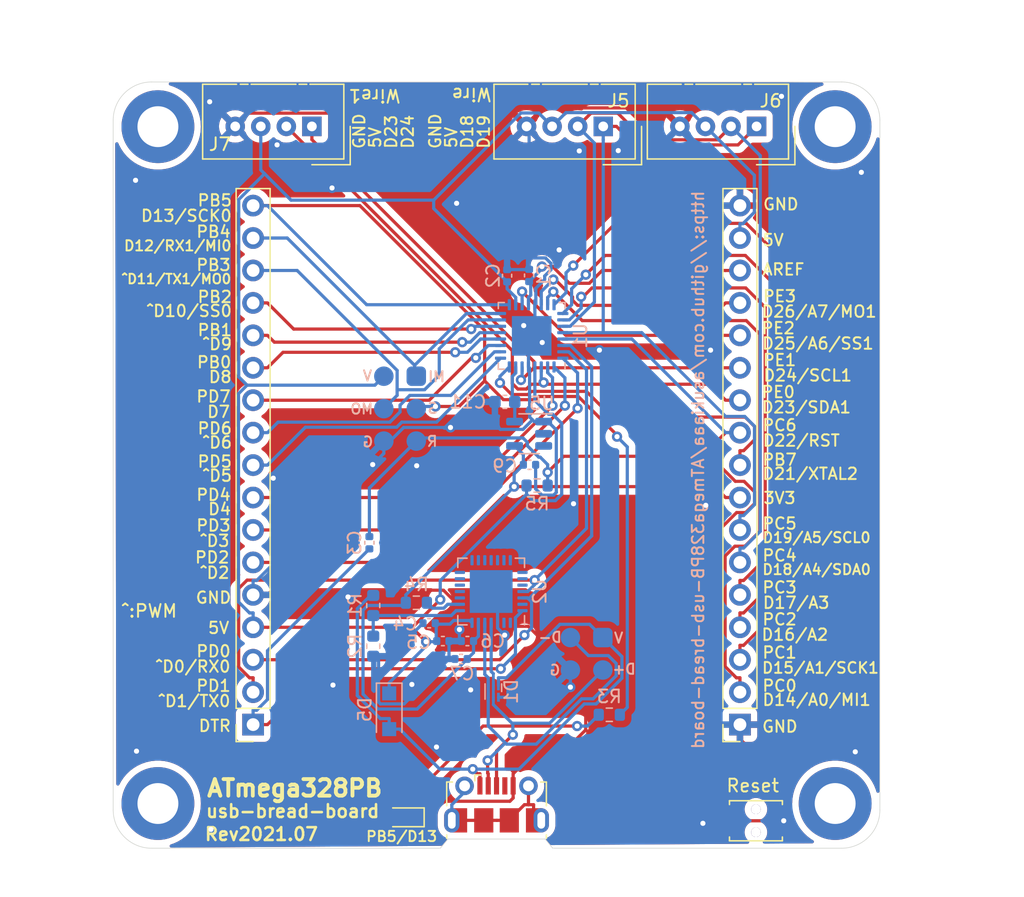
<source format=kicad_pcb>
(kicad_pcb (version 20221018) (generator pcbnew)
  (layers (0 "F.Cu" signal) (31 "B.Cu" signal) (34 "B.Paste" user) (35 "F.Paste" user) (36 "B.SilkS" user "B.Silkscreen") (37 "F.SilkS" user "F.Silkscreen") (38 "B.Mask" user) (39 "F.Mask" user) (44 "Edge.Cuts" user))
  (net 0 "")
  (net 1 "GND")
  (net 2 "/aref")
  (net 3 "VCC")
  (net 4 "/pb4")
  (net 5 "/pb3")
  (net 6 "/pb2")
  (net 7 "/pb1")
  (net 8 "/pb0")
  (net 9 "/pd7")
  (net 10 "/pd6")
  (net 11 "/pd5")
  (net 12 "/pd4")
  (net 13 "/pd3")
  (net 14 "/pd2")
  (net 15 "/pe3")
  (net 16 "/pe2")
  (net 17 "/pe1")
  (net 18 "/pe0")
  (net 19 "/pc6")
  (net 20 "/pb7")
  (net 21 "/pc5")
  (net 22 "/pc4")
  (net 23 "/pc3")
  (net 24 "/pc2")
  (net 25 "/pc1")
  (net 26 "/pc0")
  (net 27 "/pb5")
  (net 28 "/DTR")
  (net 29 "/USB_UART_TX")
  (net 30 "/USB_UART_RX")
  (net 31 "Net-(R1-Pad2)")
  (net 32 "Net-(U2-Pad27)")
  (net 33 "Net-(U2-Pad24)")
  (net 34 "Net-(U2-Pad23)")
  (net 35 "Net-(U2-Pad22)")
  (net 36 "Net-(U2-Pad21)")
  (net 37 "Net-(U2-Pad20)")
  (net 38 "Net-(U2-Pad19)")
  (net 39 "Net-(U2-Pad18)")
  (net 40 "Net-(U2-Pad17)")
  (net 41 "Net-(U2-Pad16)")
  (net 42 "Net-(U2-Pad15)")
  (net 43 "Net-(U2-Pad14)")
  (net 44 "Net-(U2-Pad13)")
  (net 45 "Net-(U2-Pad12)")
  (net 46 "Net-(U2-Pad11)")
  (net 47 "Net-(U2-Pad10)")
  (net 48 "Net-(U2-Pad2)")
  (net 49 "Net-(U2-Pad1)")
  (net 50 "Net-(D4-Pad2)")
  (net 51 "Net-(J3-Pad6)")
  (net 52 "Net-(J3-Pad4)")
  (net 53 "/16MHz")
  (net 54 "+3V3")
  (net 55 "Net-(R4-Pad1)")
  (net 56 "Net-(U5-Pad3)")
  (net 57 "Net-(U5-Pad2)")
  (net 58 "/D+")
  (net 59 "/D-")
  (net 60 "VBUS")
  (footprint "Connector_PinSocket_2.54mm:PinSocket_1x17_P2.54mm_Vertical" (layer "F.Cu") (at 110.95 100.32 180)
    (fp_text reference "J1" hide)
    (fp_text value "Conn_01x17")
  )
  (footprint "Connector_PinSocket_2.54mm:PinSocket_1x17_P2.54mm_Vertical" (layer "F.Cu") (at 149.05 100.32 180)
    (fp_text reference "J2" hide)
    (fp_text value "Conn_01x17")
  )
  (footprint "MountingHole:MountingHole_3.2mm_M3_ISO7380_Pad" (layer "F.Cu") (at 103.5 106.5)
    (fp_text reference "REF1" hide)
    (fp_text value "MountingHole_3.2mm_M3_ISO7380_Pad" hide)
  )
  (footprint "MountingHole:MountingHole_3.2mm_M3_ISO7380_Pad" (layer "F.Cu") (at 103.5 53.5)
    (fp_text reference "REF4" hide)
    (fp_text value "MountingHole_3.2mm_M3_ISO7380_Pad" hide)
  )
  (footprint "LED_SMD:LED_0603_1608Metric_Pad1.05x0.95mm_HandSolder" (layer "F.Cu") (at 122.675 107.58 180)
    (fp_text reference "D4" hide)
    (fp_text value "PB5/D13")
  )
  (footprint "Connector_USB:USB_Micro-B_Molex-105017-0001" (layer "F.Cu") (at 130 106.58)
    (fp_text reference "J3" hide)
    (fp_text value "USB_B_Micro")
  )
  (footprint "Connector:NS-Tech_Grove_1x04_P2mm_Vertical" (layer "F.Cu") (at 138.35 53.48 -90)
    (fp_text reference "J5")
    (fp_text value "Grove-I2C-connector")
  )
  (footprint "Connector:NS-Tech_Grove_1x04_P2mm_Vertical" (layer "F.Cu") (at 150.35 53.48 -90)
    (fp_text reference "J6")
    (fp_text value "Grove-I2C-connector")
  )
  (footprint "Connector:NS-Tech_Grove_1x04_P2mm_Vertical" (layer "F.Cu") (at 115.55 53.48 -90)
    (fp_text reference "J7")
    (fp_text value "Grove-I2C-connector")
  )
  (footprint "my-kicad-footprints:SW_Push_TVAF06" (layer "F.Cu") (at 150.3 107.85 180)
    (fp_text reference "SW1" hide)
    (fp_text value "SW_Push")
  )
  (footprint "MountingHole:MountingHole_3.2mm_M3_ISO7380_Pad" (layer "F.Cu") (at 156.5 106.5)
    (fp_text reference "REF2" hide)
    (fp_text value "MountingHole_3.2mm_M3_ISO7380_Pad")
  )
  (footprint "MountingHole:MountingHole_3.2mm_M3_ISO7380_Pad" (layer "F.Cu") (at 156.5 53.5)
    (fp_text reference "REF3" hide)
    (fp_text value "MountingHole_3.2mm_M3_ISO7380_Pad" hide)
  )
  (footprint "Capacitor_SMD:C_0402_1005Metric" (layer "B.Cu") (at 132.55 65.15 90)
    (fp_text reference "C1")
    (fp_text value "0.1uf")
  )
  (footprint "Capacitor_SMD:C_0402_1005Metric" (layer "B.Cu") (at 130.825 65.17 90)
    (fp_text reference "C2")
    (fp_text value "0.1uf")
  )
  (footprint "Package_DFN_QFN:QFN-32-1EP_5x5mm_P0.5mm_EP3.1x3.1mm" (layer "B.Cu") (at 132.75 69.88 90)
    (fp_text reference "U1")
    (fp_text value "ATmega328PB-MU")
  )
  (footprint "Capacitor_SMD:C_0402_1005Metric" (layer "B.Cu") (at 120.05 86.08 -90)
    (fp_text reference "C3")
    (fp_text value "0.1uf")
  )
  (footprint "Resistor_SMD:R_0603_1608Metric" (layer "B.Cu") (at 120.35 90.992 -90)
    (fp_text reference "R1")
    (fp_text value "22.1k")
  )
  (footprint "Resistor_SMD:R_0603_1608Metric" (layer "B.Cu") (at 120.35 94.18 -90)
    (fp_text reference "R2")
    (fp_text value "47.5k")
  )
  (footprint "Package_DFN_QFN:QFN-28-1EP_5x5mm_P0.5mm_EP3.35x3.35mm" (layer "B.Cu") (at 129.58 89.9 90)
    (fp_text reference "U2")
    (fp_text value "CP2102N-A01-GQFN28")
  )
  (footprint "Diode_SMD:D_SOD-123F" (layer "B.Cu") (at 121.6 99.275 -90)
    (fp_text reference "D5")
    (fp_text value "D")
  )
  (footprint "my-kicad-footprints:2x03_P2.54mm_ISP_Pads" (layer "B.Cu") (at 122.45 75.58 180)
    (fp_text reference "J4" hide)
    (fp_text value "AVR-ISP-6")
  )
  (footprint "Resistor_SMD:R_0603_1608Metric" (layer "B.Cu") (at 138.825 99.55 180)
    (fp_text reference "R3")
    (fp_text value "22k")
  )
  (footprint "Capacitor_SMD:C_0402_1005Metric" (layer "B.Cu") (at 127.72 93.78 180)
    (fp_text reference "C6")
    (fp_text value "4.7uf")
  )
  (footprint "Capacitor_SMD:C_0402_1005Metric" (layer "B.Cu") (at 127.225 95.18 180)
    (fp_text reference "C7")
    (fp_text value "0.1uf")
  )
  (footprint "Capacitor_SMD:C_0402_1005Metric" (layer "B.Cu") (at 132.58 79.975)
    (fp_text reference "C9")
    (fp_text value "0.1uf")
  )
  (footprint "Resistor_SMD:R_0603_1608Metric" (layer "B.Cu") (at 123.725 90.78 180)
    (fp_text reference "R4")
    (fp_text value "1k")
  )
  (footprint "Package_TO_SOT_SMD:SOT-23-5" (layer "B.Cu") (at 132.55 77.545 180)
    (fp_text reference "U5")
    (fp_text value "SiT2001B-MEMS-Clock-Generator")
  )
  (footprint "Capacitor_SMD:C_0402_1005Metric" (layer "B.Cu") (at 124.725 92.38 180)
    (fp_text reference "C4")
    (fp_text value "0.1uf")
  )
  (footprint "Capacitor_SMD:C_0402_1005Metric" (layer "B.Cu") (at 125.8 93.78)
    (fp_text reference "C5")
    (fp_text value "4.7uf")
  )
  (footprint "my-kicad-footprints:OnSemi_UDFN-6_1.2x1.0mm_P0.4mm" (layer "B.Cu") (at 129.75 97.73 90)
    (fp_text reference "D1")
    (fp_text value "Diode_4array_ESDR0502NMUTBG")
  )
  (footprint "Resistor_SMD:R_0603_1608Metric" (layer "B.Cu") (at 133.175 81.6)
    (fp_text reference "R5")
    (fp_text value "10k")
  )
  (footprint "Capacitor_SMD:C_0603_1608Metric" (layer "B.Cu") (at 130.65 75.05 180)
    (fp_text reference "C11")
    (fp_text value "15pf")
  )
  (footprint "my-kicad-footprints:2x02_P2.54mm_USB_Pads" (layer "B.Cu") (at 137.05 94.775 180)
    (fp_text reference "J8" hide)
    (fp_text value "USB_test")
  )
  (gr_arc (start 103 110) (mid 100.87868 109.12132) (end 100 107) (stroke (width 0.05)) (layer "Edge.Cuts"))
  (gr_line (start 125.6 110) (end 103 110) (stroke (width 0.05)) (layer "Edge.Cuts"))
  (gr_line (start 157 50) (end 103 50) (stroke (width 0.05)) (layer "Edge.Cuts"))
  (gr_line (start 100 53) (end 100 107) (stroke (width 0.05)) (layer "Edge.Cuts"))
  (gr_line (start 126.2 109.28) (end 133.8 109.28) (stroke (width 0.05)) (layer "Edge.Cuts"))
  (gr_arc (start 100 53) (mid 100.87868 50.87868) (end 103 50) (stroke (width 0.05)) (layer "Edge.Cuts"))
  (gr_line (start 133.8 109.28) (end 134.4 110) (stroke (width 0.05)) (layer "Edge.Cuts"))
  (gr_arc (start 157 50) (mid 159.12132 50.87868) (end 160 53) (stroke (width 0.05)) (layer "Edge.Cuts"))
  (gr_line (start 134.4 110) (end 157 110) (stroke (width 0.05)) (layer "Edge.Cuts"))
  (gr_line (start 160 107) (end 160 53) (stroke (width 0.05)) (layer "Edge.Cuts"))
  (gr_arc (start 160 107) (mid 159.12132 109.12132) (end 157 110) (stroke (width 0.05)) (layer "Edge.Cuts"))
  (gr_line (start 125.6 110) (end 126.2 109.28) (stroke (width 0.05)) (layer "Edge.Cuts"))
  (gr_text "https://github.com/asukiaaa/ATmega328PB-usb-bread-board" (at 145.775 80.375 90) (layer "B.SilkS") (effects (font (size 0.9 0.9)) (justify mirror)))
  (gr_text "GND" (at 152.25 59.58) (layer "F.SilkS") (effects (font (size 0.9 0.9))))
  (gr_text "PD0" (at 107.85 94.58) (layer "F.SilkS") (effects (font (size 0.9 0.9))))
  (gr_text "PB4" (at 107.85 61.73) (layer "F.SilkS") (effects (font (size 0.9 0.9))))
  (gr_text "D12/RX1/MI0" (at 105.05 62.83) (layer "F.SilkS") (effects (font (size 0.8 0.8))))
  (gr_text "PD2" (at 107.75 87.23) (layer "F.SilkS") (effects (font (size 0.9 0.9))))
  (gr_text "^D2" (at 107.95 88.43) (layer "F.SilkS") (effects (font (size 0.9 0.9))))
  (gr_text "^D1/TX0" (at 106.35 98.48) (layer "F.SilkS") (effects (font (size 0.9 0.9))))
  (gr_text "5V" (at 108.25 92.75) (layer "F.SilkS") (effects (font (size 0.9 0.9))))
  (gr_text "PD4" (at 107.85 82.33) (layer "F.SilkS") (effects (font (size 0.9 0.9))))
  (gr_text "D4" (at 108.325 83.45) (layer "F.SilkS") (effects (font (size 0.9 0.9))))
  (gr_text "PB3" (at 107.85 64.33) (layer "F.SilkS") (effects (font (size 0.9 0.9))))
  (gr_text "^D11/TX1/MO0" (at 104.95 65.43) (layer "F.SilkS") (effects (font (size 0.75 0.75))))
  (gr_text "PB1" (at 107.95 69.43) (layer "F.SilkS") (effects (font (size 0.9 0.9))))
  (gr_text "^D9" (at 108.15 70.53) (layer "F.SilkS") (effects (font (size 0.9 0.9))))
  (gr_text "PB2" (at 107.95 66.83) (layer "F.SilkS") (effects (font (size 0.9 0.9))))
  (gr_text "^D10/SS0" (at 105.95 67.93) (layer "F.SilkS") (effects (font (size 0.9 0.9))))
  (gr_text "PD5" (at 107.95 79.73) (layer "F.SilkS") (effects (font (size 0.9 0.9))))
  (gr_text "^D5" (at 108.15 80.83) (layer "F.SilkS") (effects (font (size 0.9 0.9))))
  (gr_text "PB0" (at 107.9 71.95) (layer "F.SilkS") (effects (font (size 0.9 0.9))))
  (gr_text "D8" (at 108.375 73.1) (layer "F.SilkS") (effects (font (size 0.9 0.9))))
  (gr_text "PD7" (at 107.85 74.63) (layer "F.SilkS") (effects (font (size 0.9 0.9))))
  (gr_text "D7" (at 108.25 75.83) (layer "F.SilkS") (effects (font (size 0.9 0.9))))
  (gr_text "GND" (at 107.85 90.38) (layer "F.SilkS") (effects (font (size 0.9 0.9))))
  (gr_text "^D0/RX0" (at 106.25 95.78) (layer "F.SilkS") (effects (font (size 0.9 0.9))))
  (gr_text "PD1" (at 107.85 97.28) (layer "F.SilkS") (effects (font (size 0.9 0.9))))
  (gr_text "PD3" (at 107.85 84.73) (layer "F.SilkS") (effects (font (size 0.9 0.9))))
  (gr_text "^D3" (at 107.95 85.93) (layer "F.SilkS") (effects (font (size 0.9 0.9))))
  (gr_text "PD6" (at 107.95 77.13) (layer "F.SilkS") (effects (font (size 0.9 0.9))))
  (gr_text "^D6" (at 108.15 78.23) (layer "F.SilkS") (effects (font (size 0.9 0.9))))
  (gr_text "^:PWM" (at 102.825 91.425) (layer "F.SilkS") (effects (font (size 1 1))))
  (gr_text "DTR" (at 107.95 100.42) (layer "F.SilkS") (effects (font (size 0.9 0.9))))
  (gr_text "usb-bread-board" (at 107.15 107.1) (layer "F.SilkS") (effects (font (size 1 1) (thickness 0.2)) (justify left)))
  (gr_text "GND" (at 119.25 53.85 90) (layer "F.SilkS") (effects (font (size 0.9 0.9))))
  (gr_text "D24" (at 123.05 53.9 90) (layer "F.SilkS") (effects (font (size 0.9 0.9))))
  (gr_text "GND" (at 125.2 53.85 90) (layer "F.SilkS") (effects (font (size 0.9 0.9))))
  (gr_text "D19" (at 129 53.9 90) (layer "F.SilkS") (effects (font (size 0.9 0.9))))
  (gr_text "D18" (at 127.7 53.9 90) (layer "F.SilkS") (effects (font (size 0.9 0.9))))
  (gr_text "5V" (at 126.45 54.35 90) (layer "F.SilkS") (effects (font (size 0.9 0.9))))
  (gr_text "GND" (at 152.175 100.475) (layer "F.SilkS") (effects (font (size 0.9 0.9))))
  (gr_text "PE1" (at 152.15 71.78) (layer "F.SilkS") (effects (font (size 0.9 0.9))))
  (gr_text "PC0" (at 152.15 97.28) (layer "F.SilkS") (effects (font (size 0.9 0.9))))
  (gr_text "D19/A5/SCL0" (at 155.05 85.68) (layer "F.SilkS") (effects (font (size 0.8 0.8))))
  (gr_text "D26/A7/MO1" (at 155.25 67.98) (layer "F.SilkS") (effects (font (size 0.9 0.9))))
  (gr_text "PC2" (at 152.15 92.08) (layer "F.SilkS") (effects (font (size 0.9 0.9))))
  (gr_text "Rev2021.07" (at 111.6 108.9) (layer "F.SilkS") (effects (font (size 1 1) (thickness 0.2))))
  (gr_text "Wire1" (at 120.45 51.08 180) (layer "F.SilkS") (effects (font (size 1 1))))
  (gr_text "Reset" (at 150.05 105.1) (layer "F.SilkS") (effects (font (size 1 1))))
  (gr_text "5V" (at 120.5 54.35 90) (layer "F.SilkS") (effects (font (size 0.9 0.9))))
  (gr_text "PE0" (at 152.05 74.28) (layer "F.SilkS") (effects (font (size 0.9 0.9))))
  (gr_text "3V3" (at 152.15 82.58) (layer "F.SilkS") (effects (font (size 0.9 0.9))))
  (gr_text "D23/SDA1" (at 154.25 75.48) (layer "F.SilkS") (effects (font (size 0.9 0.9))))
  (gr_text "D15/A1/SCK1" (at 155.35 95.88) (layer "F.SilkS") (effects (font (size 0.85 0.85))))
  (gr_text "PB7" (at 152.15 79.58) (layer "F.SilkS") (effects (font (size 0.9 0.9))))
  (gr_text "ATmega328PB" (at 107.2 105.3) (layer "F.SilkS") (effects (font (size 1.3 1.3) (thickness 0.3)) (justify left)))
  (gr_text "PC6" (at 152.15 76.88) (layer "F.SilkS") (effects (font (size 0.9 0.9))))
  (gr_text "D13/SCK0" (at 105.725 60.48) (layer "F.SilkS") (effects (font (size 0.9 0.9))))
  (gr_text "PC5" (at 152.15 84.58) (layer "F.SilkS") (effects (font (size 0.9 0.9))))
  (gr_text "PC3" (at 152.15 89.58) (layer "F.SilkS") (effects (font (size 0.9 0.9))))
  (gr_text "D22/RST" (at 153.85 78.08) (layer "F.SilkS") (effects (font (size 0.9 0.9))))
  (gr_text "D17/A3" (at 153.45 90.78) (layer "F.SilkS") (effects (font (size 0.9 0.9))))
  (gr_text "D18/A4/SDA0" (at 155.05 88.18) (layer "F.SilkS") (effects (font (size 0.8 0.8))))
  (gr_text "PE2" (at 152.05 69.28) (layer "F.SilkS") (effects (font (size 0.9 0.9))))
  (gr_text "D24/SCL1" (at 154.35 72.98) (layer "F.SilkS") (effects (font (size 0.9 0.9))))
  (gr_text "D23" (at 121.75 53.9 90) (layer "F.SilkS") (effects (font (size 0.9 0.9))))
  (gr_text "D21/XTAL2" (at 154.55 80.68) (layer "F.SilkS") (effects (font (size 0.9 0.9))))
  (gr_text "D14/A0/MI1" (at 155.05 98.38) (layer "F.SilkS") (effects (font (size 0.9 0.9))))
  (gr_text "PC1" (at 152.15 94.68) (layer "F.SilkS") (effects (font (size 0.9 0.9))))
  (gr_text "AREF" (at 152.45 64.68) (layer "F.SilkS") (effects (font (size 0.9 0.9))))
  (gr_text "D25/A6/SS1" (at 155.15 70.48) (layer "F.SilkS") (effects (font (size 0.9 0.9))))
  (gr_text "Wire" (at 128.05 50.98 180) (layer "F.SilkS") (effects (font (size 1 1))))
  (gr_text "PE3" (at 152.15 66.78) (layer "F.SilkS") (effects (font (size 0.9 0.9))))
  (gr_text "PC4" (at 152.15 87.08) (layer "F.SilkS") (effects (font (size 0.9 0.9))))
  (gr_text "D16/A2" (at 153.35 93.28) (layer "F.SilkS") (effects (font (size 0.9 0.9))))
  (gr_text "PB5" (at 107.95 59.275) (layer "F.SilkS") (effects (font (size 0.9 0.9))))
  (gr_text "5V" (at 151.65 62.38) (layer "F.SilkS") (effects (font (size 0.9 0.9))))
  (segment (start 152.475 107.85) (end 149.7385 107.85) (width 0.25) (layer "F.Cu") (net 1))
  (segment (start 132.4852 92.6233) (end 130.8877 92.6233) (width 0.25) (layer "F.Cu") (net 1))
  (segment (start 127.0962 91.0462) (end 127.0962 92.8746) (width 0.25) (layer "F.Cu") (net 1))
  (segment (start 136.9807 98.5893) (end 136.9807 100.7328) (width 0.25) (layer "F.Cu") (net 1))
  (segment (start 144.35 53.48) (end 142.9003 52.0303) (width 0.25) (layer "F.Cu") (net 1))
  (segment (start 110.59 52.44) (end 109.55 53.48) (width 0.25) (layer "F.Cu") (net 1))
  (segment (start 125.8453 89.7953) (end 127.0962 91.0462) (width 0.25) (layer "F.Cu") (net 1))
  (segment (start 135.78 97.3886) (end 136.9807 98.5893) (width 0.25) (layer "F.Cu") (net 1))
  (segment (start 149.7385 107.85) (end 148.6547 108.9338) (width 0.25) (layer "F.Cu") (net 1))
  (segment (start 131.3 105.1517) (end 131.3 105.1175) (width 0.25) (layer "F.Cu") (net 1))
  (segment (start 133.7997 52.0303) (end 132.35 53.48) (width 0.25) (layer "F.Cu") (net 1))
  (segment (start 110.95 90.16) (end 112.0753 90.16) (width 0.25) (layer "F.Cu") (net 1))
  (segment (start 131.3 105.1175) (end 131.3 104.1672) (width 0.25) (layer "F.Cu") (net 1))
  (segment (start 132.1112 103.356) (end 131.3 104.1672) (width 0.25) (layer "F.Cu") (net 1))
  (segment (start 132.35 53.48) (end 131.31 52.44) (width 0.25) (layer "F.Cu") (net 1))
  (segment (start 130.6364 92.8746) (end 130.6364 93.3151) (width 0.25) (layer "F.Cu") (net 1))
  (segment (start 149.05 101.4453) (end 152.525 104.9203) (width 0.25) (layer "F.Cu") (net 1))
  (segment (start 136.9807 100.7328) (end 134.3575 103.356) (width 0.25) (layer "F.Cu") (net 1))
  (segment (start 145.1817 108.9338) (end 136.9807 100.7328) (width 0.25) (layer "F.Cu") (net 1))
  (segment (start 130.8877 92.6233) (end 130.6364 92.8746) (width 0.25) (layer "F.Cu") (net 1))
  (segment (start 123.55 107.58) (end 124.808 106.322) (width 0.25) (layer "F.Cu") (net 1))
  (segment (start 131.0458 106.322) (end 131.3 106.0678) (width 0.25) (layer "F.Cu") (net 1))
  (segment (start 152.525 104.9203) (end 152.525 107.85) (width 0.25) (layer "F.Cu") (net 1))
  (segment (start 135.78 95.9181) (end 132.4852 92.6233) (width 0.25) (layer "F.Cu") (net 1))
  (segment (start 124.808 106.322) (end 131.0458 106.322) (width 0.25) (layer "F.Cu") (net 1))
  (segment (start 112.44 89.7953) (end 125.8453 89.7953) (width 0.25) (layer "F.Cu") (net 1))
  (segment (start 131.31 52.44) (end 110.59 52.44) (width 0.25) (layer "F.Cu") (net 1))
  (segment (start 148.6547 108.9338) (end 145.1817 108.9338) (width 0.25) (layer "F.Cu") (net 1))
  (segment (start 134.3575 103.356) (end 132.1112 103.356) (width 0.25) (layer "F.Cu") (net 1))
  (segment (start 131.3 105.1517) (end 131.3 106.0678) (width 0.25) (layer "F.Cu") (net 1))
  (segment (start 135.78 97.3886) (end 135.78 95.9181) (width 0.25) (layer "F.Cu") (net 1))
  (segment (start 130.6364 92.8746) (end 127.0962 92.8746) (width 0.25) (layer "F.Cu") (net 1))
  (segment (start 112.0753 90.16) (end 112.44 89.7953) (width 0.25) (layer "F.Cu") (net 1))
  (segment (start 149.05 100.32) (end 149.05 101.4453) (width 0.25) (layer "F.Cu") (net 1))
  (segment (start 142.9003 52.0303) (end 133.7997 52.0303) (width 0.25) (layer "F.Cu") (net 1))
  (segment (start 152.525 107.85) (end 152.475 107.85) (width 0.25) (layer "F.Cu") (net 1))
  (via (at 139.525 55.375) (size 0.8) (drill 0.4) (layers "F.Cu" "B.Cu") (net 1))
  (via (at 152.3 51.125) (size 0.8) (drill 0.4) (layers "F.Cu" "B.Cu") (net 1))
  (via (at 123.375 97.175) (size 0.8) (drill 0.4) (layers "F.Cu" "B.Cu") (net 1))
  (via (at 133.575 70.4) (size 0.8) (drill 0.4) (layers "F.Cu" "B.Cu") (net 1))
  (via (at 130.6364 93.3151) (size 0.8) (drill 0.4) (layers "F.Cu" "B.Cu") (net 1))
  (via (at 146.375 83.15) (size 0.8) (drill 0.4) (layers "F.Cu" "B.Cu") (net 1))
  (via (at 146.15 108.05) (size 0.8) (drill 0.4) (layers "F.Cu" "B.Cu") (net 1))
  (via (at 117.125 58.3) (size 0.8) (drill 0.4) (layers "F.Cu" "B.Cu") (net 1))
  (via (at 132.125 69.075) (size 0.8) (drill 0.4) (layers "F.Cu" "B.Cu") (net 1))
  (via (at 135.78 97.3886) (size 0.8) (drill 0.4) (layers "F.Cu" "B.Cu") (net 1))
  (via (at 107.55 51.55) (size 0.8) (drill 0.4) (layers "F.Cu" "B.Cu") (net 1))
  (via (at 101.75 57.7) (size 0.8) (drill 0.4) (layers "F.Cu" "B.Cu") (net 1))
  (via (at 112.525 81.025) (size 0.8) (drill 0.4) (layers "F.Cu" "B.Cu") (net 1))
  (via (at 134.9 63.15) (size 0.8) (drill 0.4) (layers "F.Cu" "B.Cu") (net 1))
  (via (at 126.875 59.5) (size 0.8) (drill 0.4) (layers "F.Cu" "B.Cu") (net 1))
  (via (at 158.55 57.075) (size 0.8) (drill 0.4) (layers "F.Cu" "B.Cu") (net 1))
  (via (at 136.025 83.025) (size 0.8) (drill 0.4) (layers "F.Cu" "B.Cu") (net 1))
  (via (at 127.975 97.6) (size 0.8) (drill 0.4) (layers "F.Cu" "B.Cu") (net 1))
  (via (at 118.375 90.325) (size 0.8) (drill 0.4) (layers "F.Cu" "B.Cu") (net 1))
  (via (at 138.05 71) (size 0.8) (drill 0.4) (layers "F.Cu" "B.Cu") (net 1))
  (via (at 101.825 102.4) (size 0.8) (drill 0.4) (layers "F.Cu" "B.Cu") (net 1))
  (via (at 136.475 55.4) (size 0.8) (drill 0.4) (layers "F.Cu" "B.Cu") (net 1))
  (via (at 123.75 80.05) (size 0.8) (drill 0.4) (layers "F.Cu" "B.Cu") (net 1))
  (via (at 112.825 54.925) (size 0.8) (drill 0.4) (layers "F.Cu" "B.Cu") (net 1))
  (via (at 127.0962 92.8746) (size 0.8) (drill 0.4) (layers "F.Cu" "B.Cu") (net 1))
  (via (at 117.2 97.225) (size 0.8) (drill 0.4) (layers "F.Cu" "B.Cu") (net 1))
  (via (at 152.475 107.85) (size 0.8) (drill 0.4) (layers "F.Cu" "B.Cu") (net 1))
  (via (at 146.75 71) (size 0.8) (drill 0.4) (layers "F.Cu" "B.Cu") (net 1))
  (via (at 125.3 102.075) (size 0.8) (drill 0.4) (layers "F.Cu" "B.Cu") (net 1))
  (via (at 107.65 108.525) (size 0.8) (drill 0.4) (layers "F.Cu" "B.Cu") (net 1))
  (via (at 120.308 79.958) (size 0.8) (drill 0.4) (layers "F.Cu" "B.Cu") (net 1))
  (via (at 158.075 102.45) (size 0.8) (drill 0.4) (layers "F.Cu" "B.Cu") (net 1))
  (via (at 126.3958 77.0542) (size 0.8) (drill 0.4) (layers "F.Cu" "B.Cu") (net 1))
  (segment (start 120.308 79.958) (end 121.18 79.086) (width 0.25) (layer "B.Cu") (net 1))
  (segment (start 126.3958 77.0542) (end 129.6051 77.0542) (width 0.25) (layer "B.Cu") (net 1))
  (segment (start 122.731 77.0542) (end 126.3958 77.0542) (width 0.25) (layer "B.Cu") (net 1))
  (segment (start 132.55 63.7783) (end 133.831 63.7783) (width 0.25) (layer "B.Cu") (net 1))
  (segment (start 129.875 76.7843) (end 130.2928 77.2021) (width 0.25) (layer "B.Cu") (net 1))
  (segment (start 133.7678 65.1923) (end 133.7678 65.4603) (width 0.25) (layer "B.Cu") (net 1))
  (segment (start 133.7678 65.4603) (end 133.0756 66.1525) (width 0.25) (layer "B.Cu") (net 1))
  (segment (start 134.4642 82.3531) (end 134.678 82.1393) (width 0.25) (layer "B.Cu") (net 1))
  (segment (start 126.28 95.18) (end 126.745 95.18) (width 0.25) (layer "B.Cu") (net 1))
  (segment (start 133.06 79.975) (end 133.06 81.8622) (width 0.25) (layer "B.Cu") (net 1))
  (segment (start 133.06 81.8622) (end 133.5509 82.3531) (width 0.25) (layer "B.Cu") (net 1))
  (segment (start 134.262 64.2093) (end 134.262 64.6981) (width 0.25) (layer "B.Cu") (net 1))
  (segment (start 127.24 93.78) (end 127.1681 93.7081) (width 0.25) (layer "B.Cu") (net 1))
  (segment (start 149.05 59.68) (end 149.05 58.5547) (width 0.25) (layer "B.Cu") (net 1))
  (segment (start 130.08 92.7587) (end 130.6364 93.3151) (width 0.25) (layer "B.Cu") (net 1))
  (segment (start 135.78 96.045) (end 135.78 97.3886) (width 0.25) (layer "B.Cu") (net 1))
  (segment (start 133.5509 82.3531) (end 134.4642 82.3531) (width 0.25) (layer "B.Cu") (net 1))
  (segment (start 134.678 77.2467) (end 134.0263 76.595) (width 0.25) (layer "B.Cu") (net 1))
  (segment (start 132.55 64.67) (end 132.53 64.69) (width 0.25) (layer "B.Cu") (net 1))
  (segment (start 132.949 76.595) (end 133.6875 76.595) (width 0.25) (layer "B.Cu") (net 1))
  (segment (start 121.18 78.12) (end 121.6652 78.12) (width 0.25) (layer "B.Cu") (net 1))
  (segment (start 134.262 64.6981) (end 133.7678 65.1923) (width 0.25) (layer "B.Cu") (net 1))
  (segment (start 120.7691 98.5568) (end 120.9127 98.7004) (width 0.25) (layer "B.Cu") (net 1))
  (segment (start 129.875 76.7843) (end 129.875 75.05) (width 0.25) (layer "B.Cu") (net 1))
  (segment (start 132.55 63.7783) (end 132.55 64.67) (width 0.25) (layer "B.Cu") (net 1))
  (segment (start 130.08 90.4) (end 130.08 92.35) (width 0.25) (layer "B.Cu") (net 1))
  (segment (start 132.5 70.13) (end 132.75 69.88) (width 0.25) (layer "B.Cu") (net 1))
  (segment (start 110.95 90.16) (end 110.95 89.0347) (width 0.25) (layer "B.Cu") (net 1))
  (segment (start 110.95 89.0347) (end 111.2313 89.0347) (width 0.25) (layer "B.Cu") (net 1))
  (segment (start 130.2928 77.2021) (end 132.0709 77.2021) (width 0.25) (layer "B.Cu") (net 1))
  (segment (start 144.35 53.48) (end 144.35 53.8547) (width 0.25) (layer "B.Cu") (net 1))
  (segment (start 127.0962 93.7081) (end 126.3519 93.7081) (width 0.25) (layer "B.Cu") (net 1))
  (segment (start 129.6051 77.0542) (end 129.875 76.7843) (width 0.25) (layer "B.Cu") (net 1))
  (segment (start 132.5 72.3175) (end 132.5 70.13) (width 0.25) (layer "B.Cu") (net 1))
  (segment (start 134.0263 76.595) (end 133.6875 76.595) (width 0.25) (layer "B.Cu") (net 1))
  (segment (start 133.0756 67.3669) (end 133 67.4425) (width 0.25) (layer "B.Cu") (net 1))
  (segment (start 132.75 69.88) (end 133 69.63) (width 0.25) (layer "B.Cu") (net 1))
  (segment (start 126.3519 93.7081) (end 126.28 93.78) (width 0.25) (layer "B.Cu") (net 1))
  (segment (start 132.8135 76.4595) (end 132.949 76.595) (width 0.25) (layer "B.Cu") (net 1))
  (segment (start 120.9127 98.7004) (end 122.7596 98.7004) (width 0.25) (layer "B.Cu") (net 1))
  (segment (start 120.7691 94.9675) (end 120.7691 98.5568) (width 0.25) (layer "B.Cu") (net 1))
  (segment (start 111.2313 89.0347) (end 120.308 79.958) (width 0.25) (layer "B.Cu") (net 1))
  (segment (start 144.35 53.8547) (end 149.05 58.5547) (width 0.25) (layer "B.Cu") (net 1))
  (segment (start 122.7596 98.7004) (end 126.28 95.18) (width 0.25) (layer "B.Cu") (net 1))
  (segment (start 132.53 64.69) (end 130.825 64.69) (width 0.25) (layer "B.Cu") (net 1))
  (segment (start 130.08 92.35) (end 130.08 92.7587) (width 0.25) (layer "B.Cu") (net 1))
  (segment (start 127.0962 93.7081) (end 127.0962 92.8746) (width 0.25) (layer "B.Cu") (net 1))
  (segment (start 120.35 94.9675) (end 120.7691 94.9675) (width 0.25) (layer "B.Cu") (net 1))
  (segment (start 121.18 79.086) (end 121.18 78.12) (width 0.25) (layer "B.Cu") (net 1))
  (segment (start 127.1681 93.7081) (end 127.0962 93.7081) (width 0.25) (layer "B.Cu") (net 1))
  (segment (start 132.5857 72.4032) (end 132.5857 76.2317) (width 0.25) (layer "B.Cu") (net 1))
  (segment (start 133 69.63) (end 133 67.4425) (width 0.25) (layer "B.Cu") (net 1))
  (segment (start 132.35 53.48) (end 132.55 53.68) (width 0.25) (layer "B.Cu") (net 1))
  (segment (start 126.28 95.18) (end 126.28 93.78) (width 0.25) (layer "B.Cu") (net 1))
  (segment (start 134.678 82.1393) (end 134.678 77.2467) (width 0.25) (layer "B.Cu") (net 1))
  (segment (start 121.6575 94.9675) (end 124.245 92.38) (width 0.25) (layer "B.Cu") (net 1))
  (segment (start 132.0709 77.2021) (end 132.8135 76.4595) (width 0.25) (layer "B.Cu") (net 1))
  (segment (start 120.7691 94.9675) (end 121.6575 94.9675) (width 0.25) (layer "B.Cu") (net 1))
  (segment (start 133.0756 66.1525) (end 133.0756 67.3669) (width 0.25) (layer "B.Cu") (net 1))
  (segment (start 130.15 98.18) (end 134.9886 98.18) (width 0.25) (layer "B.Cu") (net 1))
  (segment (start 132.5857 76.2317) (end 132.8135 76.4595) (width 0.25) (layer "B.Cu") (net 1))
  (segment (start 129.58 89.9) (end 130.08 90.4) (width 0.25) (layer "B.Cu") (net 1))
  (segment (start 132.55 53.68) (end 132.55 63.7783) (width 0.25) (layer "B.Cu") (net 1))
  (segment (start 134.9886 98.18) (end 135.78 97.3886) (width 0.25) (layer "B.Cu") (net 1))
  (segment (start 132.5 72.3175) (end 132.5857 72.4032) (width 0.25) (layer "B.Cu") (net 1))
  (segment (start 121.6652 78.12) (end 122.731 77.0542) (width 0.25) (layer "B.Cu") (net 1))
  (segment (start 133.831 63.7783) (end 134.262 64.2093) (width 0.25) (layer "B.Cu") (net 1))
  (segment (start 133.5512 64.4536) (end 134.3883 64.4536) (width 0.25) (layer "F.Cu") (net 2))
  (segment (start 137.2648 65.7634) (end 138.2682 64.76) (width 0.25) (layer "F.Cu") (net 2))
  (segment (start 134.3883 64.4536) (end 135.6981 65.7634) (width 0.25) (layer "F.Cu") (net 2))
  (segment (start 135.6981 65.7634) (end 137.2648 65.7634) (width 0.25) (layer "F.Cu") (net 2))
  (segment (start 149.05 64.76) (end 147.9247 64.76) (width 0.25) (layer "F.Cu") (net 2))
  (segment (start 138.2682 64.76) (end 147.9247 64.76) (width 0.25) (layer "F.Cu") (net 2))
  (via (at 133.5512 64.4536) (size 0.8) (drill 0.4) (layers "F.Cu" "B.Cu") (net 2))
  (segment (start 132.6753 65.7553) (end 132.55 65.63) (width 0.25) (layer "B.Cu") (net 2))
  (segment (start 132.5 67.4425) (end 132.5 66.8685) (width 0.25) (layer "B.Cu") (net 2))
  (segment (start 132.5 66.8685) (end 132.6753 66.6932) (width 0.25) (layer "B.Cu") (net 2))
  (segment (start 133.5512 64.6288) (end 133.5512 64.4536) (width 0.25) (layer "B.Cu") (net 2))
  (segment (start 132.55 65.63) (end 133.5512 64.6288) (width 0.25) (layer "B.Cu") (net 2))
  (segment (start 132.6753 66.6932) (end 132.6753 65.7553) (width 0.25) (layer "B.Cu") (net 2))
  (segment (start 123.4242 92.7667) (end 124.4862 93.8287) (width 0.25) (layer "F.Cu") (net 3))
  (segment (start 112.0753 92.7) (end 123.4242 92.7) (width 0.25) (layer "F.Cu") (net 3))
  (segment (start 123.4242 92.7) (end 125.5942 90.53) (width 0.25) (layer "F.Cu") (net 3))
  (segment (start 123.4242 92.7) (end 123.4242 92.7667) (width 0.25) (layer "F.Cu") (net 3))
  (segment (start 110.95 92.7) (end 112.0753 92.7) (width 0.25) (layer "F.Cu") (net 3))
  (via (at 124.4862 93.8287) (size 0.8) (drill 0.4) (layers "F.Cu" "B.Cu") (net 3))
  (via (at 125.5942 90.53) (size 0.8) (drill 0.4) (layers "F.Cu" "B.Cu") (net 3))
  (segment (start 111.8456 57.1839) (end 109.8246 59.2049) (width 0.25) (layer "B.Cu") (net 3))
  (segment (start 127.8997 92.1697) (end 126.6364 92.1697) (width 0.25) (layer "B.Cu") (net 3))
  (segment (start 133.2987 52.4287) (end 131.9052 52.4287) (width 0.25) (layer "B.Cu") (net 3))
  (segment (start 132.35 81.6) (end 132.35 82.289) (width 0.25) (layer "B.Cu") (net 3))
  (segment (start 150.1762 57.3062) (end 150.1762 60.2016) (width 0.25) (layer "B.Cu") (net 3))
  (segment (start 130.825 65.65) (end 130.825 66.1934) (width 0.25) (layer "B.Cu") (net 3))
  (segment (start 120.4785 73.7415) (end 121.18 73.04) (width 0.25) (layer "B.Cu") (net 3))
  (segment (start 131.5 66.8684) (end 131.5 67.4425) (width 0.25) (layer "B.Cu") (net 3))
  (segment (start 132.35 82.289) (end 132.848 82.787) (width 0.25) (layer "B.Cu") (net 3))
  (segment (start 146.35 53.48) (end 150.1762 57.3062) (width 0.25) (layer "B.Cu") (net 3))
  (segment (start 134.6031 82.787) (end 135.1001 82.29) (width 0.25) (layer "B.Cu") (net 3))
  (segment (start 110.4758 73.7415) (end 120.4785 73.7415) (width 0.25) (layer "B.Cu") (net 3))
  (segment (start 135.1001 82.29) (end 135.1001 76.7334) (width 0.25) (layer "B.Cu") (net 3))
  (segment (start 149.05 62.22) (end 149.05 61.0947) (width 0.25) (layer "B.Cu") (net 3))
  (segment (start 109.8076 74.4097) (end 110.4758 73.7415) (width 0.25) (layer "B.Cu") (net 3))
  (segment (start 128.08 92.35) (end 127.8997 92.1697) (width 0.25) (layer "B.Cu") (net 3))
  (segment (start 130.825 66.1934) (end 131.5 66.8684) (width 0.25) (layer "B.Cu") (net 3))
  (segment (start 109.8076 90.7136) (end 109.8076 74.4097) (width 0.25) (layer "B.Cu") (net 3))
  (segment (start 135.432 52.398) (end 145.268 52.398) (width 0.25) (layer "B.Cu") (net 3))
  (segment (start 109.8246 73.0903) (end 110.4758 73.7415) (width 0.25) (layer "B.Cu") (net 3))
  (segment (start 133 74.9394) (end 133 72.3175) (width 0.25) (layer "B.Cu") (net 3))
  (segment (start 134.35 53.48) (end 133.2987 52.4287) (width 0.25) (layer "B.Cu") (net 3))
  (segment (start 111.8456 57.1839) (end 113.9148 59.2531) (width 0.25) (layer "B.Cu") (net 3))
  (segment (start 150.1762 60.2016) (end 149.2831 61.0947) (width 0.25) (layer "B.Cu") (net 3))
  (segment (start 125.0808 59.9058) (end 125.0808 59.2531) (width 0.25) (layer "B.Cu") (net 3))
  (segment (start 125.32 93.78) (end 125.2795 93.78) (width 0.25) (layer "B.Cu") (net 3))
  (segment (start 125.2795 92.4545) (end 125.205 92.38) (width 0.25) (layer "B.Cu") (net 3))
  (segment (start 111.55 56.8883) (end 111.8456 57.1839) (width 0.25) (layer "B.Cu") (net 3))
  (segment (start 132.35 82.289) (end 125.5942 89.0448) (width 0.25) (layer "B.Cu") (net 3))
  (segment (start 126.6364 92.1697) (end 126.3516 92.4545) (width 0.25) (layer "B.Cu") (net 3))
  (segment (start 135.1001 76.7334) (end 134.3856 76.0189) (width 0.25) (layer "B.Cu") (net 3))
  (segment (start 121.6 97.875) (end 121.6 97.0497) (width 0.25) (layer "B.Cu") (net 3))
  (segment (start 110.95 92.7) (end 110.95 91.5747) (width 0.25) (layer "B.Cu") (net 3))
  (segment (start 125.2795 93.78) (end 125.2795 92.4545) (width 0.25) (layer "B.Cu") (net 3))
  (segment (start 149.2831 61.0947) (end 149.05 61.0947) (width 0.25) (layer "B.Cu") (net 3))
  (segment (start 134.0795 76.0189) (end 133 74.9394) (width 0.25) (layer "B.Cu") (net 3))
  (segment (start 124.4862 94.1635) (end 121.6 97.0497) (width 0.25) (layer "B.Cu") (net 3))
  (segment (start 125.5942 89.0448) (end 125.5942 90.53) (width 0.25) (layer "B.Cu") (net 3))
  (segment (start 132.848 82.787) (end 134.6031 82.787) (width 0.25) (layer "B.Cu") (net 3))
  (segment (start 110.6687 91.5747) (end 109.8076 90.7136) (width 0.25) (layer "B.Cu") (net 3))
  (segment (start 110.95 91.5747) (end 110.6687 91.5747) (width 0.25) (layer "B.Cu") (net 3))
  (segment (start 134.3856 76.0189) (end 134.0795 76.0189) (width 0.25) (layer "B.Cu") (net 3))
  (segment (start 126.3516 92.4545) (end 125.2795 92.4545) (width 0.25) (layer "B.Cu") (net 3))
  (segment (start 131.9052 52.4287) (end 125.0808 59.2531) (width 0.25) (layer "B.Cu") (net 3))
  (segment (start 134.35 53.48) (end 135.432 52.398) (width 0.25) (layer "B.Cu") (net 3))
  (segment (start 130.825 65.65) (end 125.0808 59.9058) (width 0.25) (layer "B.Cu") (net 3))
  (segment (start 113.9148 59.2531) (end 125.0808 59.2531) (width 0.25) (layer "B.Cu") (net 3))
  (segment (start 125.2308 93.8287) (end 124.4862 93.8287) (width 0.25) (layer "B.Cu") (net 3))
  (segment (start 111.55 53.48) (end 111.55 56.8883) (width 0.25) (layer "B.Cu") (net 3))
  (segment (start 125.2795 93.78) (end 125.2308 93.8287) (width 0.25) (layer "B.Cu") (net 3))
  (segment (start 109.8246 59.2049) (end 109.8246 73.0903) (width 0.25) (layer "B.Cu") (net 3))
  (segment (start 145.268 52.398) (end 146.35 53.48) (width 0.25) (layer "B.Cu") (net 3))
  (segment (start 124.4862 93.8287) (end 124.4862 94.1635) (width 0.25) (layer "B.Cu") (net 3))
  (segment (start 123.5874 72.1892) (end 123.5874 72.9074) (width 0.25) (layer "B.Cu") (net 4))
  (segment (start 113.6182 62.22) (end 123.5874 72.1892) (width 0.25) (layer "B.Cu") (net 4))
  (segment (start 130.3125 68.13) (end 127.6466 68.13) (width 0.25) (layer "B.Cu") (net 4))
  (segment (start 110.95 62.22) (end 113.6182 62.22) (width 0.25) (layer "B.Cu") (net 4))
  (segment (start 127.6466 68.13) (end 123.5874 72.1892) (width 0.25) (layer "B.Cu") (net 4))
  (segment (start 123.5874 72.9074) (end 123.72 73.04) (width 0.25) (layer "B.Cu") (net 4))
  (segment (start 122.2209 72.5847) (end 122.2209 74.0998) (width 0.25) (layer "B.Cu") (net 5))
  (segment (start 122.2209 74.0998) (end 122.2209 74.5391) (width 0.25) (layer "B.Cu") (net 5))
  (segment (start 125.5173 70.8927) (end 125.5173 72.9496) (width 0.25) (layer "B.Cu") (net 5))
  (segment (start 110.95 64.76) (end 114.3962 64.76) (width 0.25) (layer "B.Cu") (net 5))
  (segment (start 130.3125 68.63) (end 127.78 68.63) (width 0.25) (layer "B.Cu") (net 5))
  (segment (start 125.5173 72.9496) (end 124.3671 74.0998) (width 0.25) (layer "B.Cu") (net 5))
  (segment (start 122.2209 74.5391) (end 121.18 75.58) (width 0.25) (layer "B.Cu") (net 5))
  (segment (start 114.3962 64.76) (end 122.2209 72.5847) (width 0.25) (layer "B.Cu") (net 5))
  (segment (start 127.78 68.63) (end 125.5173 70.8927) (width 0.25) (layer "B.Cu") (net 5))
  (segment (start 124.3671 74.0998) (end 122.2209 74.0998) (width 0.25) (layer "B.Cu") (net 5))
  (segment (start 110.95 67.3) (end 112.0753 67.3) (width 0.25) (layer "F.Cu") (net 6))
  (segment (start 112.0753 67.3) (end 114.1237 69.3484) (width 0.25) (layer "F.Cu") (net 6))
  (segment (start 114.1237 69.3484) (end 128.0166 69.3484) (width 0.25) (layer "F.Cu") (net 6))
  (via (at 128.0166 69.3484) (size 0.8) (drill 0.4) (layers "F.Cu" "B.Cu") (net 6))
  (segment (start 128.235 69.13) (end 130.3125 69.13) (width 0.25) (layer "B.Cu") (net 6))
  (segment (start 128.0166 69.3484) (end 128.235 69.13) (width 0.25) (layer "B.Cu") (net 6))
  (segment (start 110.95 69.84) (end 112.0753 69.84) (width 0.25) (layer "F.Cu") (net 7))
  (segment (start 112.0753 69.84) (end 112.6068 70.3715) (width 0.25) (layer "F.Cu") (net 7))
  (segment (start 112.6068 70.3715) (end 127.3162 70.3715) (width 0.25) (layer "F.Cu") (net 7))
  (via (at 127.3162 70.3715) (size 0.8) (drill 0.4) (layers "F.Cu" "B.Cu") (net 7))
  (segment (start 127.9486 70.3715) (end 128.6901 69.63) (width 0.25) (layer "B.Cu") (net 7))
  (segment (start 128.6901 69.63) (end 130.3125 69.63) (width 0.25) (layer "B.Cu") (net 7))
  (segment (start 127.3162 70.3715) (end 127.9486 70.3715) (width 0.25) (layer "B.Cu") (net 7))
  (segment (start 112.0753 72.38) (end 113.2886 71.1667) (width 0.25) (layer "F.Cu") (net 8))
  (segment (start 113.2886 71.1667) (end 126.7672 71.1667) (width 0.25) (layer "F.Cu") (net 8))
  (segment (start 110.95 72.38) (end 112.0753 72.38) (width 0.25) (layer "F.Cu") (net 8))
  (via (at 126.7672 71.1667) (size 0.8) (drill 0.4) (layers "F.Cu" "B.Cu") (net 8))
  (segment (start 128.7563 70.13) (end 130.3125 70.13) (width 0.25) (layer "B.Cu") (net 8))
  (segment (start 127.7196 71.1667) (end 128.7563 70.13) (width 0.25) (layer "B.Cu") (net 8))
  (segment (start 126.7672 71.1667) (end 127.7196 71.1667) (width 0.25) (layer "B.Cu") (net 8))
  (segment (start 128.3765 71.6036) (end 128.0481 71.6036) (width 0.25) (layer "F.Cu") (net 9))
  (segment (start 124.7317 74.92) (end 112.0753 74.92) (width 0.25) (layer "F.Cu") (net 9))
  (segment (start 110.95 74.92) (end 112.0753 74.92) (width 0.25) (layer "F.Cu") (net 9))
  (segment (start 128.0481 71.6036) (end 124.7317 74.92) (width 0.25) (layer "F.Cu") (net 9))
  (via (at 128.3765 71.6036) (size 0.8) (drill 0.4) (layers "F.Cu" "B.Cu") (net 9))
  (segment (start 130.3125 70.63) (end 129.3501 70.63) (width 0.25) (layer "B.Cu") (net 9))
  (segment (start 129.3501 70.63) (end 128.3765 71.6036) (width 0.25) (layer "B.Cu") (net 9))
  (segment (start 129.8394 71.13) (end 126.4284 74.541) (width 0.25) (layer "B.Cu") (net 10))
  (segment (start 112.8999 76.6354) (end 112.0753 77.46) (width 0.25) (layer "B.Cu") (net 10))
  (segment (start 126.4284 74.541) (end 123.2145 74.541) (width 0.25) (layer "B.Cu") (net 10))
  (segment (start 123.2145 74.541) (end 122.45 75.3055) (width 0.25) (layer "B.Cu") (net 10))
  (segment (start 121.6518 76.6354) (end 112.8999 76.6354) (width 0.25) (layer "B.Cu") (net 10))
  (segment (start 110.95 77.46) (end 112.0753 77.46) (width 0.25) (layer "B.Cu") (net 10))
  (segment (start 130.3125 71.13) (end 129.8394 71.13) (width 0.25) (layer "B.Cu") (net 10))
  (segment (start 122.45 75.8372) (end 121.6518 76.6354) (width 0.25) (layer "B.Cu") (net 10))
  (segment (start 122.45 75.3055) (end 122.45 75.8372) (width 0.25) (layer "B.Cu") (net 10))
  (segment (start 122.5835 76.6355) (end 122.1832 77.0358) (width 0.25) (layer "B.Cu") (net 11))
  (segment (start 125.307 76.6355) (end 122.5835 76.6355) (width 0.25) (layer "B.Cu") (net 11))
  (segment (start 115.0395 77.0358) (end 112.0753 80) (width 0.25) (layer "B.Cu") (net 11))
  (segment (start 110.95 80) (end 112.0753 80) (width 0.25) (layer "B.Cu") (net 11))
  (segment (start 130.3125 71.63) (end 125.307 76.6355) (width 0.25) (layer "B.Cu") (net 11))
  (segment (start 122.1832 77.0358) (end 115.0395 77.0358) (width 0.25) (layer "B.Cu") (net 11))
  (segment (start 127.1853 82.54) (end 110.95 82.54) (width 0.25) (layer "F.Cu") (net 12))
  (segment (start 134.3819 75.3434) (end 127.1853 82.54) (width 0.25) (layer "F.Cu") (net 12))
  (via (at 134.3819 75.3434) (size 0.8) (drill 0.4) (layers "F.Cu" "B.Cu") (net 12))
  (segment (start 134 72.763) (end 134 72.3175) (width 0.25) (layer "B.Cu") (net 12))
  (segment (start 134.3819 73.1449) (end 134 72.763) (width 0.25) (layer "B.Cu") (net 12))
  (segment (start 134.3819 75.3434) (end 134.3819 73.1449) (width 0.25) (layer "B.Cu") (net 12))
  (segment (start 135.3519 75.3435) (end 125.6154 85.08) (width 0.25) (layer "F.Cu") (net 13))
  (segment (start 125.6154 85.08) (end 110.95 85.08) (width 0.25) (layer "F.Cu") (net 13))
  (via (at 135.3519 75.3435) (size 0.8) (drill 0.4) (layers "F.Cu" "B.Cu") (net 13))
  (segment (start 135.3519 75.3435) (end 135.3519 73.1694) (width 0.25) (layer "B.Cu") (net 13))
  (segment (start 135.3519 73.1694) (end 134.5 72.3175) (width 0.25) (layer "B.Cu") (net 13))
  (segment (start 124.2749 87.62) (end 136.3435 75.5514) (width 0.25) (layer "F.Cu") (net 14))
  (segment (start 110.95 87.62) (end 124.2749 87.62) (width 0.25) (layer "F.Cu") (net 14))
  (via (at 136.3435 75.5514) (size 0.8) (drill 0.4) (layers "F.Cu" "B.Cu") (net 14))
  (segment (start 135.1875 71.63) (end 136.3435 72.786) (width 0.25) (layer "B.Cu") (net 14))
  (segment (start 136.3435 72.786) (end 136.3435 75.5514) (width 0.25) (layer "B.Cu") (net 14))
  (segment (start 147.7332 67.4915) (end 147.9247 67.3) (width 0.25) (layer "F.Cu") (net 15))
  (segment (start 134.4431 65.472) (end 134.5843 65.472) (width 0.25) (layer "F.Cu") (net 15))
  (segment (start 134.5843 65.472) (end 135.9474 66.8351) (width 0.25) (layer "F.Cu") (net 15))
  (segment (start 135.9474 66.8351) (end 135.9474 67.0959) (width 0.25) (layer "F.Cu") (net 15))
  (segment (start 136.343 67.4915) (end 147.7332 67.4915) (width 0.25) (layer "F.Cu") (net 15))
  (segment (start 135.9474 67.0959) (end 136.343 67.4915) (width 0.25) (layer "F.Cu") (net 15))
  (segment (start 149.05 67.3) (end 147.9247 67.3) (width 0.25) (layer "F.Cu") (net 15))
  (via (at 134.4431 65.472) (size 0.8) (drill 0.4) (layers "F.Cu" "B.Cu") (net 15))
  (segment (start 133.5 66.4119) (end 133.5 67.4425) (width 0.25) (layer "B.Cu") (net 15))
  (segment (start 134.4399 65.472) (end 133.5 66.4119) (width 0.25) (layer "B.Cu") (net 15))
  (segment (start 134.4431 65.472) (end 134.4399 65.472) (width 0.25) (layer "B.Cu") (net 15))
  (segment (start 149.05 69.84) (end 135.4266 69.84) (width 0.25) (layer "F.Cu") (net 16))
  (segment (start 135.4266 69.84) (end 132 66.4134) (width 0.25) (layer "F.Cu") (net 16))
  (via (at 132 66.4134) (size 0.8) (drill 0.4) (layers "F.Cu" "B.Cu") (net 16))
  (segment (start 132 66.4134) (end 132 67.4425) (width 0.25) (layer "B.Cu") (net 16))
  (segment (start 149.05 72.38) (end 132.9259 72.38) (width 0.25) (layer "F.Cu") (net 17))
  (segment (start 132.9259 71.8932) (end 132.9259 72.38) (width 0.25) (layer "F.Cu") (net 17))
  (segment (start 115.55 54.5173) (end 132.9259 71.8932) (width 0.25) (layer "F.Cu") (net 17))
  (segment (start 131.9726 73.3333) (end 131.9103 73.3333) (width 0.25) (layer "F.Cu") (net 17))
  (segment (start 115.55 53.48) (end 115.55 54.5173) (width 0.25) (layer "F.Cu") (net 17))
  (segment (start 132.9259 72.38) (end 131.9726 73.3333) (width 0.25) (layer "F.Cu") (net 17))
  (via (at 131.9103 73.3333) (size 0.8) (drill 0.4) (layers "F.Cu" "B.Cu") (net 17))
  (segment (start 132 73.2436) (end 131.9103 73.3333) (width 0.25) (layer "B.Cu") (net 17))
  (segment (start 132 72.3175) (end 132 73.2436) (width 0.25) (layer "B.Cu") (net 17))
  (segment (start 131.235 71.0407) (end 115.5664 55.3721) (width 0.25) (layer "F.Cu") (net 18))
  (segment (start 147.9247 74.92) (end 146.6722 73.6675) (width 0.25) (layer "F.Cu") (net 18))
  (segment (start 149.05 74.92) (end 147.9247 74.92) (width 0.25) (layer "F.Cu") (net 18))
  (segment (start 115.5664 55.3721) (end 115.4421 55.3721) (width 0.25) (layer "F.Cu") (net 18))
  (segment (start 133.6823 73.6675) (end 132.714 73.6675) (width 0.25) (layer "F.Cu") (net 18))
  (segment (start 131.6649 74.0429) (end 131.235 73.613) (width 0.25) (layer "F.Cu") (net 18))
  (segment (start 132.714 73.6675) (end 132.3386 74.0429) (width 0.25) (layer "F.Cu") (net 18))
  (segment (start 115.4421 55.3721) (end 113.55 53.48) (width 0.25) (layer "F.Cu") (net 18))
  (segment (start 132.3386 74.0429) (end 131.6649 74.0429) (width 0.25) (layer "F.Cu") (net 18))
  (segment (start 131.235 73.613) (end 131.235 71.0407) (width 0.25) (layer "F.Cu") (net 18))
  (segment (start 133.6823 73.6675) (end 133.6823 73.5339) (width 0.25) (layer "F.Cu") (net 18))
  (segment (start 146.6722 73.6675) (end 133.6823 73.6675) (width 0.25) (layer "F.Cu") (net 18))
  (via (at 133.6823 73.5339) (size 0.8) (drill 0.4) (layers "F.Cu" "B.Cu") (net 18))
  (segment (start 133.5 72.3175) (end 133.5 73.3516) (width 0.25) (layer "B.Cu") (net 18))
  (segment (start 133.5 73.3516) (end 133.6823 73.5339) (width 0.25) (layer "B.Cu") (net 18))
  (segment (start 147.4761 85.0263) (end 147.4761 107.2511) (width 0.25) (layer "F.Cu") (net 19))
  (segment (start 147.9247 77.46) (end 146.7255 78.6592) (width 0.25) (layer "F.Cu") (net 19))
  (segment (start 135.253 79.3091) (end 134 80.5621) (width 0.25) (layer "F.Cu") (net 19))
  (segment (start 149.3719 81.27) (end 150.1998 82.0979) (width 0.25) (layer "F.Cu") (net 19))
  (segment (start 148.7839 83.7185) (end 147.4761 85.0263) (width 0.25) (layer "F.Cu") (net 19))
  (segment (start 150.1998 83.0133) (end 149.4946 83.7185) (width 0.25) (layer "F.Cu") (net 19))
  (segment (start 146.7255 79.3091) (end 135.253 79.3091) (width 0.25) (layer "F.Cu") (net 19))
  (segment (start 147.4761 107.2511) (end 148.075 107.85) (width 0.25) (layer "F.Cu") (net 19))
  (segment (start 146.7255 78.6592) (end 146.7255 79.3091) (width 0.25) (layer "F.Cu") (net 19))
  (segment (start 148.6864 81.27) (end 149.3719 81.27) (width 0.25) (layer "F.Cu") (net 19))
  (segment (start 150.1998 82.0979) (end 150.1998 83.0133) (width 0.25) (layer "F.Cu") (net 19))
  (segment (start 149.4946 83.7185) (end 148.7839 83.7185) (width 0.25) (layer "F.Cu") (net 19))
  (segment (start 146.7255 79.3091) (end 148.6864 81.27) (width 0.25) (layer "F.Cu") (net 19))
  (segment (start 149.05 77.46) (end 147.9247 77.46) (width 0.25) (layer "F.Cu") (net 19))
  (via (at 134 80.5621) (size 0.8) (drill 0.4) (layers "F.Cu" "B.Cu") (net 19))
  (segment (start 149.05 77.46) (end 147.9247 77.46) (width 0.25) (layer "B.Cu") (net 19))
  (segment (start 134 80.5621) (end 134 79.9602) (width 0.25) (layer "B.Cu") (net 19))
  (segment (start 132.4146 78.4885) (end 132.4146 78.2193) (width 0.25) (layer "B.Cu") (net 19))
  (segment (start 132.4146 78.2193) (end 132.0694 77.8741) (width 0.25) (layer "B.Cu") (net 19))
  (segment (start 120.05 81.79) (end 120.05 85.6) (width 0.25) (layer "B.Cu") (net 19))
  (segment (start 135.1875 70.13) (end 140.5947 70.13) (width 0.25) (layer "B.Cu") (net 19))
  (segment (start 140.5947 70.13) (end 147.9247 77.46) (width 0.25) (layer "B.Cu") (net 19))
  (segment (start 134 79.9602) (end 133.4181 79.3783) (width 0.25) (layer "B.Cu") (net 19))
  (segment (start 133.4181 79.3783) (end 133.3044 79.3783) (width 0.25) (layer "B.Cu") (net 19))
  (segment (start 123.72 78.12) (end 120.05 81.79) (width 0.25) (layer "B.Cu") (net 19))
  (segment (start 133.3044 79.3783) (end 132.4146 78.4885) (width 0.25) (layer "B.Cu") (net 19))
  (segment (start 132.0694 77.8741) (end 123.9659 77.8741) (width 0.25) (layer "B.Cu") (net 19))
  (segment (start 134 81.6) (end 134 80.5621) (width 0.25) (layer "B.Cu") (net 19))
  (segment (start 123.9659 77.8741) (end 123.72 78.12) (width 0.25) (layer "B.Cu") (net 19))
  (segment (start 149.3313 78.8747) (end 150.1998 78.0062) (width 0.25) (layer "F.Cu") (net 20))
  (segment (start 131.1842 74.4761) (end 130.2678 73.5597) (width 0.25) (layer "F.Cu") (net 20))
  (segment (start 150.1998 78.0062) (end 150.1998 76.9868) (width 0.25) (layer "F.Cu") (net 20))
  (segment (start 149.453 76.24) (end 139.0434 76.24) (width 0.25) (layer "F.Cu") (net 20))
  (segment (start 149.05 78.8747) (end 149.3313 78.8747) (width 0.25) (layer "F.Cu") (net 20))
  (segment (start 137.0293 74.2259) (end 132.7219 74.2259) (width 0.25) (layer "F.Cu") (net 20))
  (segment (start 149.05 80) (end 149.05 78.8747) (width 0.25) (layer "F.Cu") (net 20))
  (segment (start 132.7219 74.2259) (end 132.4717 74.4761) (width 0.25) (layer "F.Cu") (net 20))
  (segment (start 132.4717 74.4761) (end 131.1842 74.4761) (width 0.25) (layer "F.Cu") (net 20))
  (segment (start 139.0434 76.24) (end 137.0293 74.2259) (width 0.25) (layer "F.Cu") (net 20))
  (segment (start 150.1998 76.9868) (end 149.453 76.24) (width 0.25) (layer "F.Cu") (net 20))
  (via (at 130.2678 73.5597) (size 0.8) (drill 0.4) (layers "F.Cu" "B.Cu") (net 20))
  (segment (start 130.2678 73.0497) (end 131 72.3175) (width 0.25) (layer "B.Cu") (net 20))
  (segment (start 130.2678 73.5597) (end 130.2678 73.0497) (width 0.25) (layer "B.Cu") (net 20))
  (segment (start 140.8365 54.9292) (end 148.9008 54.9292) (width 0.25) (layer "F.Cu") (net 21))
  (segment (start 139.3873 53.48) (end 140.8365 54.9292) (width 0.25) (layer "F.Cu") (net 21))
  (segment (start 138.35 53.48) (end 139.3873 53.48) (width 0.25) (layer "F.Cu") (net 21))
  (segment (start 148.9008 54.9292) (end 150.35 53.48) (width 0.25) (layer "F.Cu") (net 21))
  (segment (start 138.35 69.63) (end 135.1875 69.63) (width 0.25) (layer "B.Cu") (net 21))
  (segment (start 150.1871 76.9539) (end 149.4232 76.19) (width 0.25) (layer "B.Cu") (net 21))
  (segment (start 138.35 69.63) (end 138.35 54.5173) (width 0.25) (layer "B.Cu") (net 21))
  (segment (start 141.3646 69.63) (end 138.35 69.63) (width 0.25) (layer "B.Cu") (net 21))
  (segment (start 149.05 83.9547) (end 149.3313 83.9547) (width 0.25) (layer "B.Cu") (net 21))
  (segment (start 138.35 53.48) (end 138.35 54.5173) (width 0.25) (layer "B.Cu") (net 21))
  (segment (start 147.9246 76.19) (end 141.3646 69.63) (width 0.25) (layer "B.Cu") (net 21))
  (segment (start 150.1871 83.0989) (end 150.1871 76.9539) (width 0.25) (layer "B.Cu") (net 21))
  (segment (start 149.05 85.08) (end 149.05 83.9547) (width 0.25) (layer "B.Cu") (net 21))
  (segment (start 149.4232 76.19) (end 147.9246 76.19) (width 0.25) (layer "B.Cu") (net 21))
  (segment (start 149.3313 83.9547) (end 150.1871 83.0989) (width 0.25) (layer "B.Cu") (net 21))
  (segment (start 139.4892 52.4427) (end 137.3873 52.4427) (width 0.25) (layer "F.Cu") (net 22))
  (segment (start 148.35 53.48) (end 147.3011 54.5289) (width 0.25) (layer "F.Cu") (net 22))
  (segment (start 141.5754 54.5289) (end 139.4892 52.4427) (width 0.25) (layer "F.Cu") (net 22))
  (segment (start 137.3873 52.4427) (end 136.35 53.48) (width 0.25) (layer "F.Cu") (net 22))
  (segment (start 147.3011 54.5289) (end 141.5754 54.5289) (width 0.25) (layer "F.Cu") (net 22))
  (segment (start 137.6604 67.2348) (end 137.6604 54.7904) (width 0.25) (layer "B.Cu") (net 22))
  (segment (start 135.7652 69.13) (end 137.6604 67.2348) (width 0.25) (layer "B.Cu") (net 22))
  (segment (start 149.3313 86.4947) (end 150.6384 85.1876) (width 0.25) (layer "B.Cu") (net 22))
  (segment (start 150.6384 85.1876) (end 150.6384 55.7684) (width 0.25) (layer "B.Cu") (net 22))
  (segment (start 149.05 86.4947) (end 149.3313 86.4947) (width 0.25) (layer "B.Cu") (net 22))
  (segment (start 137.6604 54.7904) (end 136.35 53.48) (width 0.25) (layer "B.Cu") (net 22))
  (segment (start 149.05 87.62) (end 149.05 86.4947) (width 0.25) (layer "B.Cu") (net 22))
  (segment (start 135.1875 69.13) (end 135.7652 69.13) (width 0.25) (layer "B.Cu") (net 22))
  (segment (start 150.6384 55.7684) (end 148.35 53.48) (width 0.25) (layer "B.Cu") (net 22))
  (segment (start 149.05 90.16) (end 149.05 89.0347) (width 0.25) (layer "F.Cu") (net 23))
  (segment (start 136.6227 66.8162) (end 136.7783 66.8162) (width 0.25) (layer "F.Cu") (net 23))
  (segment (start 151.0248 67.65) (end 151.0248 87.3412) (width 0.25) (layer "F.Cu") (net 23))
  (segment (start 151.0248 87.3412) (end 149.3313 89.0347) (width 0.25) (layer "F.Cu") (net 23))
  (segment (start 136.7783 66.8162) (end 137.4662 66.1283) (width 0.25) (layer "F.Cu") (net 23))
  (segment (start 149.5031 66.1283) (end 151.0248 67.65) (width 0.25) (layer "F.Cu") (net 23))
  (segment (start 137.4662 66.1283) (end 149.5031 66.1283) (width 0.25) (layer "F.Cu") (net 23))
  (segment (start 149.3313 89.0347) (end 149.05 89.0347) (width 0.25) (layer "F.Cu") (net 23))
  (via (at 136.6227 66.8162) (size 0.8) (drill 0.4) (layers "F.Cu" "B.Cu") (net 23))
  (segment (start 136.6227 67.7062) (end 135.6989 68.63) (width 0.25) (layer "B.Cu") (net 23))
  (segment (start 136.6227 66.8162) (end 136.6227 67.7062) (width 0.25) (layer "B.Cu") (net 23))
  (segment (start 135.6989 68.63) (end 135.1875 68.63) (width 0.25) (layer "B.Cu") (net 23))
  (segment (start 138.4917 63.5815) (end 136.9851 65.0881) (width 0.25) (layer "F.Cu") (net 24))
  (segment (start 151.4256 89.4804) (end 151.4256 65.5378) (width 0.25) (layer "F.Cu") (net 24))
  (segment (start 149.4693 63.5815) (end 138.4917 63.5815) (width 0.25) (layer "F.Cu") (net 24))
  (segment (start 149.05 91.5747) (end 149.3313 91.5747) (width 0.25) (layer "F.Cu") (net 24))
  (segment (start 149.05 92.7) (end 149.05 91.5747) (width 0.25) (layer "F.Cu") (net 24))
  (segment (start 151.4256 65.5378) (end 149.4693 63.5815) (width 0.25) (layer "F.Cu") (net 24))
  (segment (start 149.3313 91.5747) (end 151.4256 89.4804) (width 0.25) (layer "F.Cu") (net 24))
  (via (at 136.9851 65.0881) (size 0.8) (drill 0.4) (layers "F.Cu" "B.Cu") (net 24))
  (segment (start 136.9851 65.0881) (end 135.8756 66.1976) (width 0.25) (layer "B.Cu") (net 24))
  (segment (start 135.8756 67.4419) (end 135.1875 68.13) (width 0.25) (layer "B.Cu") (net 24))
  (segment (start 135.8756 66.1976) (end 135.8756 67.4419) (width 0.25) (layer "B.Cu") (net 24))
  (segment (start 149.3313 94.1147) (end 151.8599 91.5861) (width 0.25) (layer "F.Cu") (net 25))
  (segment (start 151.8599 91.5861) (end 151.8599 63.3887) (width 0.25) (layer "F.Cu") (net 25))
  (segment (start 149.05 95.24) (end 149.05 94.1147) (width 0.25) (layer "F.Cu") (net 25))
  (segment (start 151.8599 63.3887) (end 149.5414 61.0702) (width 0.25) (layer "F.Cu") (net 25))
  (segment (start 139.3128 61.0702) (end 136.004 64.379) (width 0.25) (layer "F.Cu") (net 25))
  (segment (start 149.5414 61.0702) (end 139.3128 61.0702) (width 0.25) (layer "F.Cu") (net 25))
  (segment (start 149.05 94.1147) (end 149.3313 94.1147) (width 0.25) (layer "F.Cu") (net 25))
  (via (at 136.004 64.379) (size 0.8) (drill 0.4) (layers "F.Cu" "B.Cu") (net 25))
  (segment (start 135.4386 66.5039) (end 134.5 67.4425) (width 0.25) (layer "B.Cu") (net 25))
  (segment (start 136.004 64.379) (end 135.4386 64.9444) (width 0.25) (layer "B.Cu") (net 25))
  (segment (start 135.4386 64.9444) (end 135.4386 66.5039) (width 0.25) (layer "B.Cu") (net 25))
  (segment (start 147.8882 87.114) (end 148.6522 86.35) (width 0.25) (layer "F.Cu") (net 26))
  (segment (start 150.6002 69.7408) (end 149.546 68.6866) (width 0.25) (layer "F.Cu") (net 26))
  (segment (start 148.6522 86.35) (end 149.44 86.35) (width 0.25) (layer "F.Cu") (net 26))
  (segment (start 147.8882 95.7742) (end 147.8882 87.114) (width 0.25) (layer "F.Cu") (net 26))
  (segment (start 149.44 86.35) (end 150.6002 85.1898) (width 0.25) (layer "F.Cu") (net 26))
  (segment (start 136.7059 68.6866) (end 134.4431 66.4238) (width 0.25) (layer "F.Cu") (net 26))
  (segment (start 149.05 97.78) (end 149.05 96.6547) (width 0.25) (layer "F.Cu") (net 26))
  (segment (start 148.7687 96.6547) (end 147.8882 95.7742) (width 0.25) (layer "F.Cu") (net 26))
  (segment (start 149.546 68.6866) (end 136.7059 68.6866) (width 0.25) (layer "F.Cu") (net 26))
  (segment (start 149.05 96.6547) (end 148.7687 96.6547) (width 0.25) (layer "F.Cu") (net 26))
  (segment (start 150.6002 85.1898) (end 150.6002 69.7408) (width 0.25) (layer "F.Cu") (net 26))
  (via (at 134.4431 66.4238) (size 0.8) (drill 0.4) (layers "F.Cu" "B.Cu") (net 26))
  (segment (start 134 66.8669) (end 134.4431 66.4238) (width 0.25) (layer "B.Cu") (net 26))
  (segment (start 134 67.4425) (end 134 66.8669) (width 0.25) (layer "B.Cu") (net 26))
  (segment (start 136.3966 74.6263) (end 139.4295 77.6592) (width 0.25) (layer "F.Cu") (net 27))
  (segment (start 139.4295 77.6592) (end 139.4295 77.7745) (width 0.25) (layer "F.Cu") (net 27))
  (segment (start 112.0753 59.68) (end 119.3033 59.68) (width 0.25) (layer "F.Cu") (net 27))
  (segment (start 119.3033 59.68) (end 129.0701 69.4468) (width 0.25) (layer "F.Cu") (net 27))
  (segment (start 130.5394 74.8765) (end 133.0653 74.8765) (width 0.25) (layer "F.Cu") (net 27))
  (segment (start 129.0701 73.4072) (end 130.5394 74.8765) (width 0.25) (layer "F.Cu") (net 27))
  (segment (start 129.0701 69.4468) (end 129.0701 73.4072) (width 0.25) (layer "F.Cu") (net 27))
  (segment (start 110.95 59.68) (end 112.0753 59.68) (width 0.25) (layer "F.Cu") (net 27))
  (segment (start 129.0701 73.4072) (end 127.0668 75.4105) (width 0.25) (layer "F.Cu") (net 27))
  (segment (start 133.3155 74.6263) (end 136.3966 74.6263) (width 0.25) (layer "F.Cu") (net 27))
  (segment (start 127.0668 75.4105) (end 125.2224 75.4105) (width 0.25) (layer "F.Cu") (net 27))
  (segment (start 133.0653 74.8765) (end 133.3155 74.6263) (width 0.25) (layer "F.Cu") (net 27))
  (via (at 125.2224 75.4105) (size 0.8) (drill 0.4) (layers "F.Cu" "B.Cu") (net 27))
  (via (at 139.4295 77.7745) (size 0.8) (drill 0.4) (layers "F.Cu" "B.Cu") (net 27))
  (segment (start 125.2224 75.4105) (end 123.8895 75.4105) (width 0.25) (layer "B.Cu") (net 27))
  (segment (start 140.2318 78.5768) (end 140.2318 98.9682) (width 0.25) (layer "B.Cu") (net 27))
  (segment (start 140.2318 98.9682) (end 139.65 99.55) (width 0.25) (layer "B.Cu") (net 27))
  (segment (start 119.8378 67.4425) (end 112.0753 59.68) (width 0.25) (layer "B.Cu") (net 27))
  (segment (start 131 67.4425) (end 119.8378 67.4425) (width 0.25) (layer "B.Cu") (net 27))
  (segment (start 139.4295 77.7745) (end 140.2318 78.5768) (width 0.25) (layer "B.Cu") (net 27))
  (segment (start 123.8895 75.4105) (end 123.72 75.58) (width 0.25) (layer "B.Cu") (net 27))
  (segment (start 110.95 59.68) (end 112.0753 59.68) (width 0.25) (layer "B.Cu") (net 27))
  (segment (start 112.0753 100.32) (end 116.448 95.9473) (width 0.25) (layer "F.Cu") (net 28))
  (segment (start 110.95 100.32) (end 112.0753 100.32) (width 0.25) (layer "F.Cu") (net 28))
  (segment (start 116.448 95.9473) (end 130.3277 95.9473) (width 0.25) (layer "F.Cu") (net 28))
  (via (at 130.3277 95.9473) (size 0.8) (drill 0.4) (layers "F.Cu" "B.Cu") (net 28))
  (segment (start 112.0753 98.3508) (end 112.0753 94.5347) (width 0.25) (layer "B.Cu") (net 28))
  (segment (start 131.4806 91.9494) (end 132.03 91.4) (width 0.25) (layer "B.Cu") (net 28))
  (segment (start 131.4806 94.7944) (end 131.4806 91.9494) (width 0.25) (layer "B.Cu") (net 28))
  (segment (start 110.95 100.32) (end 110.95 99.1947) (width 0.25) (layer "B.Cu") (net 28))
  (segment (start 112.0753 94.5347) (end 120.05 86.56) (width 0.25) (layer "B.Cu") (net 28))
  (segment (start 111.2314 99.1947) (end 112.0753 98.3508) (width 0.25) (layer "B.Cu") (net 28))
  (segment (start 130.3277 95.9473) (end 131.4806 94.7944) (width 0.25) (layer "B.Cu") (net 28))
  (segment (start 110.95 99.1947) (end 111.2314 99.1947) (width 0.25) (layer "B.Cu") (net 28))
  (segment (start 112.0753 95.24) (end 130.2553 95.24) (width 0.25) (layer "F.Cu") (net 29))
  (segment (start 130.2553 95.24) (end 132.1832 93.3121) (width 0.25) (layer "F.Cu") (net 29))
  (segment (start 110.95 95.24) (end 112.0753 95.24) (width 0.25) (layer "F.Cu") (net 29))
  (via (at 132.1832 93.3121) (size 0.8) (drill 0.4) (layers "F.Cu" "B.Cu") (net 29))
  (segment (start 137.4464 85.543) (end 137.4464 72.3037) (width 0.25) (layer "B.Cu") (net 29))
  (segment (start 132.7409 90.7029) (end 132.5137 90.4757) (width 0.25) (layer "B.Cu") (net 29))
  (segment (start 132.1832 93.3121) (end 132.7409 92.7544) (width 0.25) (layer "B.Cu") (net 29))
  (segment (start 132.5137 90.4757) (end 132.438 90.4) (width 0.25) (layer "B.Cu") (net 29))
  (segment (start 137.4464 72.3037) (end 135.7727 70.63) (width 0.25) (layer "B.Cu") (net 29))
  (segment (start 132.438 90.4) (end 132.03 90.4) (width 0.25) (layer "B.Cu") (net 29))
  (segment (start 132.5137 90.4757) (end 137.4464 85.543) (width 0.25) (layer "B.Cu") (net 29))
  (segment (start 132.7409 92.7544) (end 132.7409 90.7029) (width 0.25) (layer "B.Cu") (net 29))
  (segment (start 135.7727 70.63) (end 135.1875 70.63) (width 0.25) (layer "B.Cu") (net 29))
  (segment (start 110.4786 89.0059) (end 132.9825 89.0059) (width 0.25) (layer "F.Cu") (net 30))
  (segment (start 110.95 96.6547) (end 110.6687 96.6547) (width 0.25) (layer "F.Cu") (net 30))
  (segment (start 109.8208 95.8068) (end 109.8208 89.6637) (width 0.25) (layer "F.Cu") (net 30))
  (segment (start 110.6687 96.6547) (end 109.8208 95.8068) (width 0.25) (layer "F.Cu") (net 30))
  (segment (start 109.8208 89.6637) (end 110.4786 89.0059) (width 0.25) (layer "F.Cu") (net 30))
  (segment (start 110.95 97.78) (end 110.95 96.6547) (width 0.25) (layer "F.Cu") (net 30))
  (via (at 132.9825 89.0059) (size 0.8) (drill 0.4) (layers "F.Cu" "B.Cu") (net 30))
  (segment (start 137.0408 72.5283) (end 135.6425 71.13) (width 0.25) (layer "B.Cu") (net 30))
  (segment (start 137.0408 84.9476) (end 137.0408 72.5283) (width 0.25) (layer "B.Cu") (net 30))
  (segment (start 132.9825 89.3599) (end 132.9825 89.0059) (width 0.25) (layer "B.Cu") (net 30))
  (segment (start 135.6425 71.13) (end 135.1875 71.13) (width 0.25) (layer "B.Cu") (net 30))
  (segment (start 132.4424 89.9) (end 132.9825 89.3599) (width 0.25) (layer "B.Cu") (net 30))
  (segment (start 132.03 89.9) (end 132.4424 89.9) (width 0.25) (layer "B.Cu") (net 30))
  (segment (start 132.9825 89.0059) (end 137.0408 84.9476) (width 0.25) (layer "B.Cu") (net 30))
  (segment (start 126.4603 91.7795) (end 120.35 91.7795) (width 0.25) (layer "B.Cu") (net 31))
  (segment (start 120.35 91.7795) (end 120.35 93.3925) (width 0.25) (layer "B.Cu") (net 31))
  (segment (start 127.13 91.4) (end 126.8398 91.4) (width 0.25) (layer "B.Cu") (net 31))
  (segment (start 126.8398 91.4) (end 126.4603 91.7795) (width 0.25) (layer "B.Cu") (net 31))
  (segment (start 121.8 107.58) (end 128.9469 100.4331) (width 0.25) (layer "F.Cu") (net 50))
  (segment (start 128.9469 100.4331) (end 136.3053 100.4331) (width 0.25) (layer "F.Cu") (net 50))
  (via (at 136.3053 100.4331) (size 0.8) (drill 0.4) (layers "F.Cu" "B.Cu") (net 50))
  (segment (start 138 99.55) (end 137.1169 100.4331) (width 0.25) (layer "B.Cu") (net 50))
  (segment (start 137.1169 100.4331) (end 136.3053 100.4331) (width 0.25) (layer "B.Cu") (net 50))
  (segment (start 126.5 107.8175) (end 127.1 107.8175) (width 0.25) (layer "F.Cu") (net 51))
  (segment (start 132.5 106.5922) (end 132.5 105.1175) (width 0.25) (layer "F.Cu") (net 51))
  (segment (start 132.9 106.5922) (end 132.5 106.5922) (width 0.25) (layer "F.Cu") (net 51))
  (segment (start 132.9 107.8175) (end 132.9 106.5922) (width 0.25) (layer "F.Cu") (net 51))
  (segment (start 129 107.8175) (end 130.0253 107.8175) (width 0.25) (layer "F.Cu") (net 51))
  (segment (start 132.1797 106.5922) (end 131 107.7719) (width 0.25) (layer "F.Cu") (net 51))
  (segment (start 129 107.8175) (end 127.1 107.8175) (width 0.25) (layer "F.Cu") (net 51))
  (segment (start 133.5 107.8175) (end 132.9 107.8175) (width 0.25) (layer "F.Cu") (net 51))
  (segment (start 131 107.8175) (end 130.0253 107.8175) (width 0.25) (layer "F.Cu") (net 51))
  (segment (start 132.5 106.5922) (end 132.1797 106.5922) (width 0.25) (layer "F.Cu") (net 51))
  (segment (start 131 107.7719) (end 131 107.8175) (width 0.25) (layer "F.Cu") (net 51))
  (segment (start 126.5 106.5922) (end 127.5 105.5922) (width 0.25) (layer "B.Cu") (net 51))
  (segment (start 127.5 105.5922) (end 127.5 105.1175) (width 0.25) (layer "B.Cu") (net 51))
  (segment (start 126.5 107.8175) (end 126.5 106.5922) (width 0.25) (layer "B.Cu") (net 51))
  (segment (start 131.5 72.7886) (end 131.235 73.0536) (width 0.25) (layer "B.Cu") (net 53))
  (segment (start 131.235 74.86) (end 131.425 75.05) (width 0.25) (layer "B.Cu") (net 53))
  (segment (start 131.425 76.5825) (end 131.4125 76.595) (width 0.25) (layer "B.Cu") (net 53))
  (segment (start 131.425 75.05) (end 131.425 76.5825) (width 0.25) (layer "B.Cu") (net 53))
  (segment (start 131.5 72.3175) (end 131.5 72.7886) (width 0.25) (layer "B.Cu") (net 53))
  (segment (start 131.235 73.0536) (end 131.235 74.86) (width 0.25) (layer "B.Cu") (net 53))
  (segment (start 149.05 82.54) (end 147.9247 82.54) (width 0.25) (layer "F.Cu") (net 54))
  (segment (start 147.9247 82.54) (end 147.0701 81.6854) (width 0.25) (layer "F.Cu") (net 54))
  (segment (start 147.0701 81.6854) (end 131.3783 81.6854) (width 0.25) (layer "F.Cu") (net 54))
  (via (at 131.3783 81.6854) (size 0.8) (drill 0.4) (layers "F.Cu" "B.Cu") (net 54))
  (segment (start 132.1 79.1825) (end 132.1 79.975) (width 0.25) (layer "B.Cu") (net 54))
  (segment (start 123.7842 99.1008) (end 127.705 95.18) (width 0.25) (layer "B.Cu") (net 54))
  (segment (start 128.58 93.4) (end 128.58 92.35) (width 0.25) (layer "B.Cu") (net 54))
  (segment (start 131.3783 81.6854) (end 122.9 90.1637) (width 0.25) (layer "B.Cu") (net 54))
  (segment (start 122.9 90.78) (end 122.688 90.992) (width 0.25) (layer "B.Cu") (net 54))
  (segment (start 131.3783 81.6854) (end 131.3783 80.6967) (width 0.25) (layer "B.Cu") (net 54))
  (segment (start 131.4125 78.495) (end 132.1 79.1825) (width 0.25) (layer "B.Cu") (net 54))
  (segment (start 119.9225 90.992) (end 119.5517 91.3628) (width 0.25) (layer "B.Cu") (net 54))
  (segment (start 122.9 90.1637) (end 122.9 90.78) (width 0.25) (layer "B.Cu") (net 54))
  (segment (start 131.3783 80.6967) (end 132.1 79.975) (width 0.25) (layer "B.Cu") (net 54))
  (segment (start 128.2 94.685) (end 128.2 93.78) (width 0.25) (layer "B.Cu") (net 54))
  (segment (start 127.705 95.18) (end 128.2 94.685) (width 0.25) (layer "B.Cu") (net 54))
  (segment (start 128.2 93.78) (end 128.58 93.4) (width 0.25) (layer "B.Cu") (net 54))
  (segment (start 119.5517 97.9307) (end 120.7218 99.1008) (width 0.25) (layer "B.Cu") (net 54))
  (segment (start 122.688 90.992) (end 119.9225 90.992) (width 0.25) (layer "B.Cu") (net 54))
  (segment (start 120.7218 99.1008) (end 123.7842 99.1008) (width 0.25) (layer "B.Cu") (net 54))
  (segment (start 119.5517 91.3628) (end 119.5517 97.9307) (width 0.25) (layer "B.Cu") (net 54))
  (segment (start 125.874 91.2053) (end 126.1793 90.9) (width 0.25) (layer "B.Cu") (net 55))
  (segment (start 124.9753 91.2053) (end 125.874 91.2053) (width 0.25) (layer "B.Cu") (net 55))
  (segment (start 124.55 90.78) (end 124.9753 91.2053) (width 0.25) (layer "B.Cu") (net 55))
  (segment (start 126.1793 90.9) (end 127.13 90.9) (width 0.25) (layer "B.Cu") (net 55))
  (segment (start 130 105.1175) (end 130 102.3848) (width 0.25) (layer "F.Cu") (net 58))
  (segment (start 130 102.3848) (end 131.2764 101.1084) (width 0.25) (layer "F.Cu") (net 58))
  (via (at 131.2764 101.1084) (size 0.8) (drill 0.4) (layers "F.Cu" "B.Cu") (net 58))
  (segment (start 129.7503 98.7513) (end 129.75 98.18) (width 0.2198) (layer "B.Cu") (net 58))
  (segment (start 131.2116 100.2126) (end 131.2764 100.2126) (width 0.25) (layer "B.Cu") (net 58))
  (segment (start 129.58 92.35) (end 129.58 96.1572) (width 0.25) (layer "B.Cu") (net 58))
  (segment (start 129.7503 98.7513) (end 131.2116 100.2126) (width 0.25) (layer "B.Cu") (net 58))
  (segment (start 131.2764 100.2126) (end 131.2764 101.1084) (width 0.25) (layer "B.Cu") (net 58))
  (segment (start 129.58 96.1572) (end 129.75 96.3272) (width 0.25) (layer "B.Cu") (net 58))
  (segment (start 131.2764 100.2126) (end 134.1524 100.2126) (width 0.25) (layer "B.Cu") (net 58))
  (segment (start 129.75 96.3272) (end 129.75 97.28) (width 0.2198) (layer "B.Cu") (net 58))
  (segment (start 134.1524 100.2126) (end 138.32 96.045) (width 0.25) (layer "B.Cu") (net 58))
  (segment (start 129.75 98.18) (end 129.75 97.28) (width 0.2198) (layer "B.Cu") (net 58))
  (segment (start 129.35 104.1672) (end 129.3049 104.1221) (width 0.25) (layer "F.Cu") (net 59))
  (segment (start 129.3049 104.1221) (end 129.3049 103.1291) (width 0.25) (layer "F.Cu") (net 59))
  (segment (start 129.35 105.1175) (end 129.35 104.1672) (width 0.25) (layer "F.Cu") (net 59))
  (via (at 129.3049 103.1291) (size 0.8) (drill 0.4) (layers "F.Cu" "B.Cu") (net 59))
  (segment (start 139.3628 95.5345) (end 138.7456 94.9173) (width 0.25) (layer "B.Cu") (net 59))
  (segment (start 137.1923 94.9173) (end 135.78 93.505) (width 0.25) (layer "B.Cu") (net 59))
  (segment (start 137.5521 98.3013) (end 139.3628 96.4906) (width 0.25) (layer "B.Cu") (net 59))
  (segment (start 129.35 98.18) (end 129.35 100.4196) (width 0.25) (layer "B.Cu") (net 59))
  (segment (start 129.35 97.28) (end 129.35 96.6547) (width 0.25) (layer "B.Cu") (net 59))
  (segment (start 129.3049 103.1291) (end 130.6822 101.7518) (width 0.25) (layer "B.Cu") (net 59))
  (segment (start 129.08 96.3847) (end 129.35 96.6547) (width 0.25) (layer "B.Cu") (net 59))
  (segment (start 130.7792 101.8488) (end 133.1085 101.8488) (width 0.25) (layer "B.Cu") (net 59))
  (segment (start 129.35 100.4196) (end 130.6822 101.7518) (width 0.25) (layer "B.Cu") (net 59))
  (segment (start 133.1085 101.8488) (end 136.656 98.3013) (width 0.25) (layer "B.Cu") (net 59))
  (segment (start 130.6822 101.7518) (end 130.7792 101.8488) (width 0.25) (layer "B.Cu") (net 59))
  (segment (start 139.3628 96.4906) (end 139.3628 95.5345) (width 0.25) (layer "B.Cu") (net 59))
  (segment (start 136.656 98.3013) (end 137.5521 98.3013) (width 0.25) (layer "B.Cu") (net 59))
  (segment (start 138.7456 94.9173) (end 137.1923 94.9173) (width 0.25) (layer "B.Cu") (net 59))
  (segment (start 129.08 92.35) (end 129.08 96.3847) (width 0.25) (layer "B.Cu") (net 59))
  (segment (start 129.35 97.28) (end 129.35 98.18) (width 0.25) (layer "B.Cu") (net 59))
  (segment (start 128.4971 104.1672) (end 128.1381 103.8082) (width 0.25) (layer "F.Cu") (net 60))
  (segment (start 128.7 105.1175) (end 128.7 104.1672) (width 0.25) (layer "F.Cu") (net 60))
  (segment (start 128.7 104.1672) (end 128.4971 104.1672) (width 0.25) (layer "F.Cu") (net 60))
  (via (at 128.1381 103.8082) (size 0.8) (drill 0.4) (layers "F.Cu" "B.Cu") (net 60))
  (segment (start 137.7954 98.7017) (end 139.8138 96.6833) (width 0.25) (layer "B.Cu") (net 60))
  (segment (start 119.1042 98.0495) (end 120.9044 99.8497) (width 0.25) (layer "B.Cu") (net 60))
  (segment (start 122.4253 100.675) (end 125.5585 103.8082) (width 0.25) (layer "B.Cu") (net 60))
  (segment (start 125.5585 103.8082) (end 128.1381 103.8082) (width 0.25) (layer "B.Cu") (net 60))
  (segment (start 130.7753 96.6547) (end 130.15 96.6547) (width 0.25) (layer "B.Cu") (net 60))
  (segment (start 137.2826 92.4676) (end 134.9624 92.4676) (width 0.25) (layer "B.Cu") (net 60))
  (segment (start 128.1381 103.8082) (end 131.7546 103.8082) (width 0.25) (layer "B.Cu") (net 60))
  (segment (start 136.8611 98.7017) (end 137.7954 98.7017) (width 0.25) (layer "B.Cu") (net 60))
  (segment (start 139.8138 96.6833) (end 139.8138 94.9988) (width 0.25) (layer "B.Cu") (net 60))
  (segment (start 134.9624 92.4676) (end 130.7753 96.6547) (width 0.25) (layer "B.Cu") (net 60))
  (segment (start 120.9044 99.8497) (end 121.6 99.8497) (width 0.25) (layer "B.Cu") (net 60))
  (segment (start 121.6 100.675) (end 121.6 99.8497) (width 0.25) (layer "B.Cu") (net 60))
  (segment (start 121.6 100.675) (end 122.4253 100.675) (width 0.25) (layer "B.Cu") (net 60))
  (segment (start 120.35 90.2045) (end 120.1437 90.2045) (width 0.25) (layer "B.Cu") (net 60))
  (segment (start 130.15 97.28) (end 130.15 96.6547) (width 0.25) (layer "B.Cu") (net 60))
  (segment (start 120.1437 90.2045) (end 119.1042 91.244) (width 0.25) (layer "B.Cu") (net 60))
  (segment (start 131.7546 103.8082) (end 136.8611 98.7017) (width 0.25) (layer "B.Cu") (net 60))
  (segment (start 138.32 93.505) (end 137.2826 92.4676) (width 0.25) (layer "B.Cu") (net 60))
  (segment (start 139.8138 94.9988) (end 138.32 93.505) (width 0.25) (layer "B.Cu") (net 60))
  (segment (start 119.1042 91.244) (end 119.1042 98.0495) (width 0.25) (layer "B.Cu") (net 60))
  (zone (net 1) (net_name "GND") (layer "F.Cu") (connect_pads (clearance 0.508)) (min_thickness 0.254) (fill yes (thermal_gap 0.508) (thermal_bridge_width 0.508))
    (polygon (pts (xy 160.55 50.08) (xy 160.15 109.58) (xy 100.25 109.98) (xy 100.15 49.68)))
  )
  (zone (net 1) (net_name "GND") (layer "B.Cu") (connect_pads (clearance 0.508)) (min_thickness 0.254) (fill yes (thermal_gap 0.508) (thermal_bridge_width 0.508))
    (polygon (pts (xy 160.55 50.08) (xy 160.15 109.58) (xy 100.25 109.98) (xy 100.15 49.68)))
  )
)
</source>
